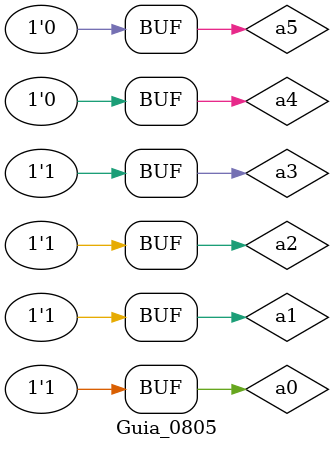
<source format=v>
/* 
Guia_0805.v 
855842 - Mateus Resende Ottoni

iverilog -o Guia_0805.vvp Guia_0805.v
vvp Guia_0805.vvp
*/

// Meia Soma
//----------------------------------------
module half_adder (output s0, output s1,
                   input a, b);

// Saída 1
   xor XOR (	s0,	a,	b);

// Saída 2
   and AND (	s1,	a,	b);

endmodule
//----------------------------------------

// Soma completa
//----------------------------------------
module full_adder (output s0, output s1,
                   input a, b, c);

// Dados locais
wire w01, w11, w12;

// Processo
half_adder HA1 ( w01, w11,   a,   b);
half_adder HA2 (  s1, w12, w01,   c); // Saída s1
or         OR  (  s0,      w11, w12); // Saída s0



endmodule
//----------------------------------------

// Modulo de soma
//----------------------------------------
module full_adder_module
            (output s1, output s2, output s3,
            output s4, output s5, output s6,
            input  a0, a1, a2, a3, a4, a5);

// Dados locais
reg valor0 = 1'b0;
reg valor1 = 1'b1;
wire res01, res02, res03, res04, res05, excedente;

// Processo
full_adder FA1 (     res01, s1, a0, valor1, valor0); // Saída s1
full_adder FA2 (     res02, s2, a1, valor0,  res01); // Saída s2
full_adder FA3 (     res03, s3, a2, valor0,  res02); // Saída s3
full_adder FA4 (     res04, s4, a3, valor0,  res03); // Saída s4
full_adder FA5 (     res05, s5, a4, valor0,  res04); // Saída s5
full_adder FA6 ( excedente, s6, a5, valor0,  res05); // Saída s6 e excedente

endmodule
//----------------------------------------

// Complemento de 1
//----------------------------------------
module c_1 (output s1, output s2, output s3,
            output s4, output s5, output s6,
            input  a0, a1, a2, a3, a4, a5);

// Processo
not NOT1 ( s1, a0);
not NOT2 ( s2, a1);
not NOT3 ( s3, a2);
not NOT4 ( s4, a3);
not NOT5 ( s5, a4);
not NOT6 ( s6, a5);

endmodule
//----------------------------------------

// Complemento de 2
//----------------------------------------
module c_2 (output s1, output s2, output s3,
            output s4, output s5, output s6,
            input  a0, a1, a2, a3, a4, a5);

// Dados locais
wire w1, w2, w3, w4, w5, w6;

// Processo
c_1               C1  ( w1, w2, w3, w4, w5, w6, a0, a1, a2, a3, a4, a5);
full_adder_module SUM ( s1, s2, s3, s4, s5, s6, w1, w2, w3, w4, w5, w6);

endmodule
//----------------------------------------




// Modulo principal
module Guia_0805; 

// Definir dados
reg a0, a1, a2, a3, a4, a5;
wire w1, w2, w3, w4, w5, w6;

c_2    C2 (w1, w2, w3, w4, w5, w6,
             a0, a1, a2, a3, a4, a5);


 initial
  begin
   a0     = 1'b0;
   a1     = 1'b0;
   a2     = 1'b0;
   a3     = 1'b0;
   a4     = 1'b0;
   a5     = 1'b0;
  end


// Main 
initial 
begin : main 

$display ( "Guia_0805" );

/*	Mostrar valores em tabela				*/
$display ( "" );
$display ( "____________________________________" );
$display ( "||      a ||   complemento de 2   ||" );
$display ( "||--------||----------------------||" );
$monitor ( "|| %b%b%b%b%b%b ||               %b%b%b%b%b%b ||",
               a5, a4, a3, a2, a1, a0,
                                  w6, w5, w4, w3, w2, w1 );
/*								*/

/*	Atualizar valores		*/

#1;  a0 = 1'b1;
#1;  a0 = 1'b0; a1 = 1'b1;
#1;  a0 = 1'b1;
#1;  a0 = 1'b0; a1 = 1'b0; a2 = 1'b1;
#1;  a0 = 1'b1;
#1;  a0 = 1'b0; a1 = 1'b1;
#1;  a0 = 1'b1;
#1;  a0 = 1'b0; a1 = 1'b0; a2 = 1'b0; a3 = 1'b1;
#1;  a0 = 1'b1;
#1;  a0 = 1'b0; a1 = 1'b1;
#1;  a0 = 1'b1;
#1;  a0 = 1'b0; a1 = 1'b0; a2 = 1'b1;
#1;  a0 = 1'b1;
#1;  a0 = 1'b0; a1 = 1'b1;
#1;  a0 = 1'b1;

/*					*/



end // main 

endmodule // Guia_0805

/*	Previsão de Testes 		*/
/*

____________________________________
||      a ||   complemento de 2   ||
||--------||----------------------||
|| 000000 ||               000000 ||
|| 000001 ||               111111 ||
|| 000010 ||               111110 ||
|| 000011 ||               111101 ||
|| 000100 ||               111100 ||
|| 000101 ||               111011 ||
|| 000110 ||               111010 ||
|| 000111 ||               111001 ||
|| 001000 ||               111000 ||
|| 001001 ||               110111 ||
|| 001010 ||               110110 ||
|| 001011 ||               110101 ||
|| 001100 ||               110100 ||
|| 001101 ||               110011 ||
|| 001110 ||               110010 ||
|| 001111 ||               110001 ||


*/
/*					*/

</source>
